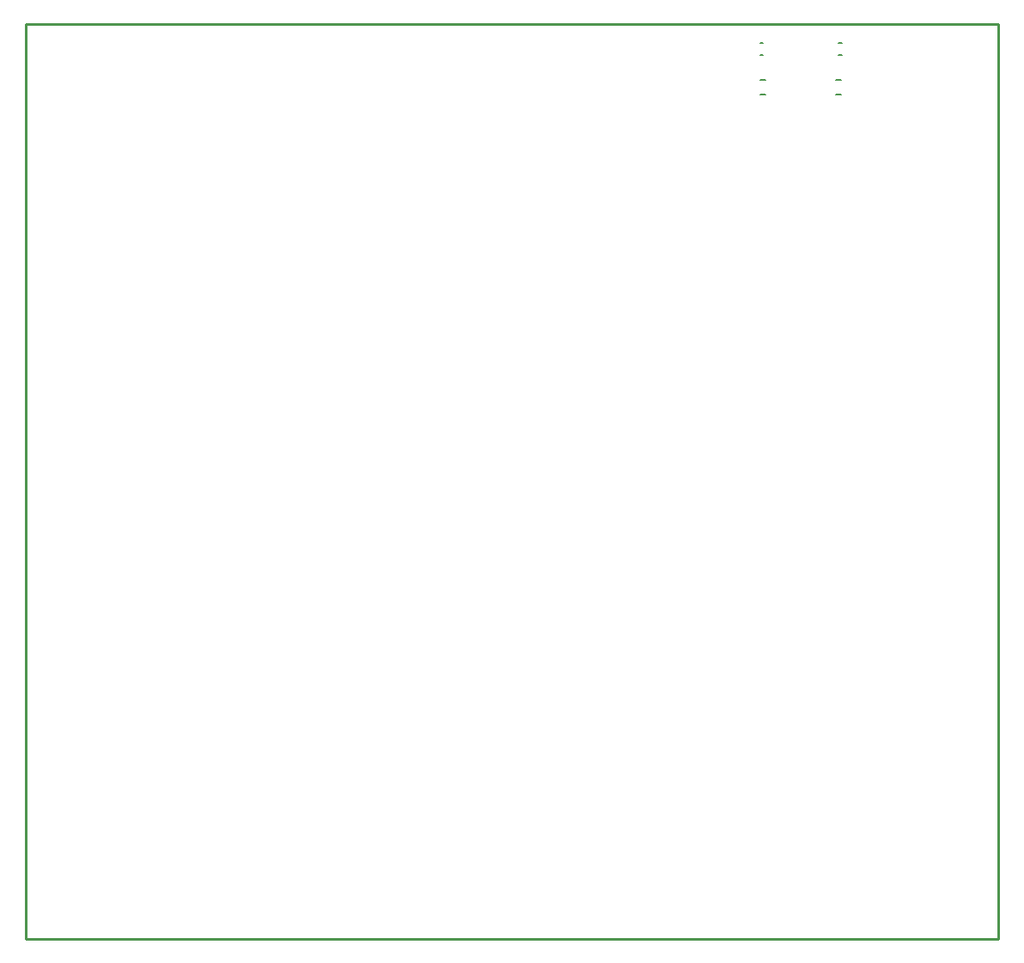
<source format=gm1>
%FSTAX23Y23*%
%MOIN*%
%SFA1B1*%

%IPPOS*%
%ADD10C,0.010000*%
%ADD14C,0.005000*%
%LNocb_development_board-1*%
%LPD*%
G54D10*
X0Y0355D02*
X03775D01*
X0Y0D02*
Y0355D01*
X03775Y0D02*
Y0355D01*
X0Y0D02*
X03775D01*
G54D14*
X02849Y03476D02*
X02861D01*
X02849Y03429D02*
X02861D01*
X03154Y03476D02*
X03167D01*
X03154Y03429D02*
X03167D01*
X0285Y03331D02*
X02872D01*
X0285Y03276D02*
X02872D01*
X03144Y03331D02*
X03165D01*
X03144Y03276D02*
X03165D01*
M02*
</source>
